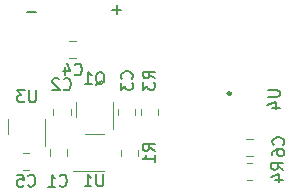
<source format=gbr>
%TF.GenerationSoftware,KiCad,Pcbnew,(6.0.0)*%
%TF.CreationDate,2022-03-17T14:09:45-06:00*%
%TF.ProjectId,sensor-board,73656e73-6f72-42d6-926f-6172642e6b69,rev?*%
%TF.SameCoordinates,Original*%
%TF.FileFunction,Legend,Bot*%
%TF.FilePolarity,Positive*%
%FSLAX46Y46*%
G04 Gerber Fmt 4.6, Leading zero omitted, Abs format (unit mm)*
G04 Created by KiCad (PCBNEW (6.0.0)) date 2022-03-17 14:09:45*
%MOMM*%
%LPD*%
G01*
G04 APERTURE LIST*
%ADD10C,0.150000*%
%ADD11C,0.120000*%
%ADD12C,0.250000*%
G04 APERTURE END LIST*
D10*
X142770952Y-57641428D02*
X142009047Y-57641428D01*
X142390000Y-58022380D02*
X142390000Y-57260476D01*
X134759047Y-57838571D02*
X135520952Y-57838571D01*
%TO.C,R4*%
X156465380Y-71175333D02*
X155989190Y-70842000D01*
X156465380Y-70603904D02*
X155465380Y-70603904D01*
X155465380Y-70984857D01*
X155513000Y-71080095D01*
X155560619Y-71127714D01*
X155655857Y-71175333D01*
X155798714Y-71175333D01*
X155893952Y-71127714D01*
X155941571Y-71080095D01*
X155989190Y-70984857D01*
X155989190Y-70603904D01*
X155798714Y-72032476D02*
X156465380Y-72032476D01*
X155417761Y-71794380D02*
X156132047Y-71556285D01*
X156132047Y-72175333D01*
%TO.C,C5*%
X134863666Y-72499642D02*
X134911285Y-72547261D01*
X135054142Y-72594880D01*
X135149380Y-72594880D01*
X135292238Y-72547261D01*
X135387476Y-72452023D01*
X135435095Y-72356785D01*
X135482714Y-72166309D01*
X135482714Y-72023452D01*
X135435095Y-71832976D01*
X135387476Y-71737738D01*
X135292238Y-71642500D01*
X135149380Y-71594880D01*
X135054142Y-71594880D01*
X134911285Y-71642500D01*
X134863666Y-71690119D01*
X133958904Y-71594880D02*
X134435095Y-71594880D01*
X134482714Y-72071071D01*
X134435095Y-72023452D01*
X134339857Y-71975833D01*
X134101761Y-71975833D01*
X134006523Y-72023452D01*
X133958904Y-72071071D01*
X133911285Y-72166309D01*
X133911285Y-72404404D01*
X133958904Y-72499642D01*
X134006523Y-72547261D01*
X134101761Y-72594880D01*
X134339857Y-72594880D01*
X134435095Y-72547261D01*
X134482714Y-72499642D01*
%TO.C,U3*%
X135538904Y-64454880D02*
X135538904Y-65264404D01*
X135491285Y-65359642D01*
X135443666Y-65407261D01*
X135348428Y-65454880D01*
X135157952Y-65454880D01*
X135062714Y-65407261D01*
X135015095Y-65359642D01*
X134967476Y-65264404D01*
X134967476Y-64454880D01*
X134586523Y-64454880D02*
X133967476Y-64454880D01*
X134300809Y-64835833D01*
X134157952Y-64835833D01*
X134062714Y-64883452D01*
X134015095Y-64931071D01*
X133967476Y-65026309D01*
X133967476Y-65264404D01*
X134015095Y-65359642D01*
X134062714Y-65407261D01*
X134157952Y-65454880D01*
X134443666Y-65454880D01*
X134538904Y-65407261D01*
X134586523Y-65359642D01*
%TO.C,C2*%
X137873666Y-64339642D02*
X137921285Y-64387261D01*
X138064142Y-64434880D01*
X138159380Y-64434880D01*
X138302238Y-64387261D01*
X138397476Y-64292023D01*
X138445095Y-64196785D01*
X138492714Y-64006309D01*
X138492714Y-63863452D01*
X138445095Y-63672976D01*
X138397476Y-63577738D01*
X138302238Y-63482500D01*
X138159380Y-63434880D01*
X138064142Y-63434880D01*
X137921285Y-63482500D01*
X137873666Y-63530119D01*
X137492714Y-63530119D02*
X137445095Y-63482500D01*
X137349857Y-63434880D01*
X137111761Y-63434880D01*
X137016523Y-63482500D01*
X136968904Y-63530119D01*
X136921285Y-63625357D01*
X136921285Y-63720595D01*
X136968904Y-63863452D01*
X137540333Y-64434880D01*
X136921285Y-64434880D01*
%TO.C,C4*%
X138806666Y-63087142D02*
X138854285Y-63134761D01*
X138997142Y-63182380D01*
X139092380Y-63182380D01*
X139235238Y-63134761D01*
X139330476Y-63039523D01*
X139378095Y-62944285D01*
X139425714Y-62753809D01*
X139425714Y-62610952D01*
X139378095Y-62420476D01*
X139330476Y-62325238D01*
X139235238Y-62230000D01*
X139092380Y-62182380D01*
X138997142Y-62182380D01*
X138854285Y-62230000D01*
X138806666Y-62277619D01*
X137949523Y-62515714D02*
X137949523Y-63182380D01*
X138187619Y-62134761D02*
X138425714Y-62849047D01*
X137806666Y-62849047D01*
%TO.C,C6*%
X156460142Y-69055333D02*
X156507761Y-69007714D01*
X156555380Y-68864857D01*
X156555380Y-68769619D01*
X156507761Y-68626761D01*
X156412523Y-68531523D01*
X156317285Y-68483904D01*
X156126809Y-68436285D01*
X155983952Y-68436285D01*
X155793476Y-68483904D01*
X155698238Y-68531523D01*
X155603000Y-68626761D01*
X155555380Y-68769619D01*
X155555380Y-68864857D01*
X155603000Y-69007714D01*
X155650619Y-69055333D01*
X155555380Y-69912476D02*
X155555380Y-69722000D01*
X155603000Y-69626761D01*
X155650619Y-69579142D01*
X155793476Y-69483904D01*
X155983952Y-69436285D01*
X156364904Y-69436285D01*
X156460142Y-69483904D01*
X156507761Y-69531523D01*
X156555380Y-69626761D01*
X156555380Y-69817238D01*
X156507761Y-69912476D01*
X156460142Y-69960095D01*
X156364904Y-70007714D01*
X156126809Y-70007714D01*
X156031571Y-69960095D01*
X155983952Y-69912476D01*
X155936333Y-69817238D01*
X155936333Y-69626761D01*
X155983952Y-69531523D01*
X156031571Y-69483904D01*
X156126809Y-69436285D01*
%TO.C,Q1*%
X140592238Y-63990119D02*
X140687476Y-63942500D01*
X140782714Y-63847261D01*
X140925571Y-63704404D01*
X141020809Y-63656785D01*
X141116047Y-63656785D01*
X141068428Y-63894880D02*
X141163666Y-63847261D01*
X141258904Y-63752023D01*
X141306523Y-63561547D01*
X141306523Y-63228214D01*
X141258904Y-63037738D01*
X141163666Y-62942500D01*
X141068428Y-62894880D01*
X140877952Y-62894880D01*
X140782714Y-62942500D01*
X140687476Y-63037738D01*
X140639857Y-63228214D01*
X140639857Y-63561547D01*
X140687476Y-63752023D01*
X140782714Y-63847261D01*
X140877952Y-63894880D01*
X141068428Y-63894880D01*
X139687476Y-63894880D02*
X140258904Y-63894880D01*
X139973190Y-63894880D02*
X139973190Y-62894880D01*
X140068428Y-63037738D01*
X140163666Y-63132976D01*
X140258904Y-63180595D01*
%TO.C,C1*%
X137543666Y-72499642D02*
X137591285Y-72547261D01*
X137734142Y-72594880D01*
X137829380Y-72594880D01*
X137972238Y-72547261D01*
X138067476Y-72452023D01*
X138115095Y-72356785D01*
X138162714Y-72166309D01*
X138162714Y-72023452D01*
X138115095Y-71832976D01*
X138067476Y-71737738D01*
X137972238Y-71642500D01*
X137829380Y-71594880D01*
X137734142Y-71594880D01*
X137591285Y-71642500D01*
X137543666Y-71690119D01*
X136591285Y-72594880D02*
X137162714Y-72594880D01*
X136877000Y-72594880D02*
X136877000Y-71594880D01*
X136972238Y-71737738D01*
X137067476Y-71832976D01*
X137162714Y-71880595D01*
%TO.C,U4*%
X155155380Y-64440095D02*
X155964904Y-64440095D01*
X156060142Y-64487714D01*
X156107761Y-64535333D01*
X156155380Y-64630571D01*
X156155380Y-64821047D01*
X156107761Y-64916285D01*
X156060142Y-64963904D01*
X155964904Y-65011523D01*
X155155380Y-65011523D01*
X155488714Y-65916285D02*
X156155380Y-65916285D01*
X155107761Y-65678190D02*
X155822047Y-65440095D01*
X155822047Y-66059142D01*
%TO.C,C3*%
X143622142Y-63470833D02*
X143669761Y-63423214D01*
X143717380Y-63280357D01*
X143717380Y-63185119D01*
X143669761Y-63042261D01*
X143574523Y-62947023D01*
X143479285Y-62899404D01*
X143288809Y-62851785D01*
X143145952Y-62851785D01*
X142955476Y-62899404D01*
X142860238Y-62947023D01*
X142765000Y-63042261D01*
X142717380Y-63185119D01*
X142717380Y-63280357D01*
X142765000Y-63423214D01*
X142812619Y-63470833D01*
X142717380Y-63804166D02*
X142717380Y-64423214D01*
X143098333Y-64089880D01*
X143098333Y-64232738D01*
X143145952Y-64327976D01*
X143193571Y-64375595D01*
X143288809Y-64423214D01*
X143526904Y-64423214D01*
X143622142Y-64375595D01*
X143669761Y-64327976D01*
X143717380Y-64232738D01*
X143717380Y-63947023D01*
X143669761Y-63851785D01*
X143622142Y-63804166D01*
%TO.C,R1*%
X145577380Y-69583333D02*
X145101190Y-69250000D01*
X145577380Y-69011904D02*
X144577380Y-69011904D01*
X144577380Y-69392857D01*
X144625000Y-69488095D01*
X144672619Y-69535714D01*
X144767857Y-69583333D01*
X144910714Y-69583333D01*
X145005952Y-69535714D01*
X145053571Y-69488095D01*
X145101190Y-69392857D01*
X145101190Y-69011904D01*
X145577380Y-70535714D02*
X145577380Y-69964285D01*
X145577380Y-70250000D02*
X144577380Y-70250000D01*
X144720238Y-70154761D01*
X144815476Y-70059523D01*
X144863095Y-69964285D01*
%TO.C,R3*%
X145592380Y-63445833D02*
X145116190Y-63112500D01*
X145592380Y-62874404D02*
X144592380Y-62874404D01*
X144592380Y-63255357D01*
X144640000Y-63350595D01*
X144687619Y-63398214D01*
X144782857Y-63445833D01*
X144925714Y-63445833D01*
X145020952Y-63398214D01*
X145068571Y-63350595D01*
X145116190Y-63255357D01*
X145116190Y-62874404D01*
X144592380Y-63779166D02*
X144592380Y-64398214D01*
X144973333Y-64064880D01*
X144973333Y-64207738D01*
X145020952Y-64302976D01*
X145068571Y-64350595D01*
X145163809Y-64398214D01*
X145401904Y-64398214D01*
X145497142Y-64350595D01*
X145544761Y-64302976D01*
X145592380Y-64207738D01*
X145592380Y-63922023D01*
X145544761Y-63826785D01*
X145497142Y-63779166D01*
%TO.C,U1*%
X141226904Y-71572380D02*
X141226904Y-72381904D01*
X141179285Y-72477142D01*
X141131666Y-72524761D01*
X141036428Y-72572380D01*
X140845952Y-72572380D01*
X140750714Y-72524761D01*
X140703095Y-72477142D01*
X140655476Y-72381904D01*
X140655476Y-71572380D01*
X139655476Y-72572380D02*
X140226904Y-72572380D01*
X139941190Y-72572380D02*
X139941190Y-71572380D01*
X140036428Y-71715238D01*
X140131666Y-71810476D01*
X140226904Y-71858095D01*
D11*
%TO.C,R4*%
X153362936Y-70590000D02*
X153817064Y-70590000D01*
X153362936Y-72060000D02*
X153817064Y-72060000D01*
%TO.C,C5*%
X134435748Y-71197500D02*
X134958252Y-71197500D01*
X134435748Y-69727500D02*
X134958252Y-69727500D01*
%TO.C,U3*%
X133137000Y-67522500D02*
X133137000Y-66872500D01*
X136257000Y-67522500D02*
X136257000Y-69197500D01*
X133137000Y-67522500D02*
X133137000Y-68172500D01*
X136257000Y-67522500D02*
X136257000Y-66872500D01*
%TO.C,C2*%
X138470000Y-66571252D02*
X138470000Y-66048748D01*
X137000000Y-66571252D02*
X137000000Y-66048748D01*
%TO.C,C4*%
X138886252Y-60265000D02*
X138363748Y-60265000D01*
X138886252Y-61735000D02*
X138363748Y-61735000D01*
%TO.C,C6*%
X153353748Y-68565000D02*
X153876252Y-68565000D01*
X153353748Y-70035000D02*
X153876252Y-70035000D01*
%TO.C,Q1*%
X142015000Y-66090000D02*
X142015000Y-67765000D01*
X142015000Y-66090000D02*
X142015000Y-65440000D01*
X138895000Y-66090000D02*
X138895000Y-66740000D01*
X138895000Y-66090000D02*
X138895000Y-65440000D01*
%TO.C,C1*%
X136690000Y-69458748D02*
X136690000Y-69981252D01*
X138160000Y-69458748D02*
X138160000Y-69981252D01*
D12*
%TO.C,U4*%
X152025000Y-64725000D02*
G75*
G03*
X152025000Y-64725000I-125000J0D01*
G01*
D11*
%TO.C,C3*%
X142455000Y-66026248D02*
X142455000Y-66548752D01*
X143925000Y-66026248D02*
X143925000Y-66548752D01*
%TO.C,R1*%
X144210000Y-69977064D02*
X144210000Y-69522936D01*
X142740000Y-69977064D02*
X142740000Y-69522936D01*
%TO.C,R3*%
X144405000Y-66047936D02*
X144405000Y-66502064D01*
X145875000Y-66047936D02*
X145875000Y-66502064D01*
%TO.C,U1*%
X140465000Y-68160000D02*
X139665000Y-68160000D01*
X140465000Y-71280000D02*
X138665000Y-71280000D01*
X140465000Y-71280000D02*
X141265000Y-71280000D01*
X140465000Y-68160000D02*
X141265000Y-68160000D01*
%TD*%
M02*

</source>
